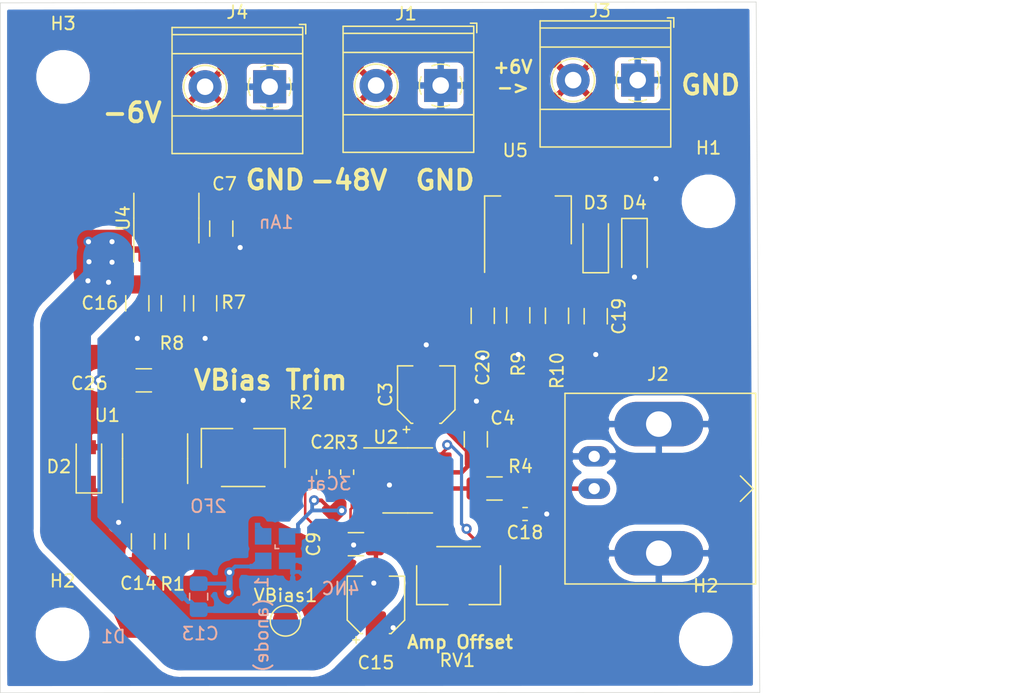
<source format=kicad_pcb>
(kicad_pcb (version 20171130) (host pcbnew "(5.1.2)-1")
  (layers (0 F.Cu signal) (31 B.Cu signal) (34 B.Paste user) (35 F.Paste user) (36 B.SilkS user) (37 F.SilkS user) (38 B.Mask user) (39 F.Mask user) (44 Edge.Cuts user))
  (net 0 "")
  (net 1 "Net-(C13-Pad1)")
  (net 2 +5VA)
  (net 3 GND)
  (net 4 +48V)
  (net 5 +6V)
  (net 6 "Net-(R1-Pad2)")
  (net 7 "Net-(D1-Pad2)")
  (net 8 -6V)
  (net 9 -5V)
  (net 10 "Net-(C18-Pad1)")
  (net 11 "Net-(C20-Pad1)")
  (net 12 "Net-(R7-Pad2)")
  (net 13 "Net-(U4-Pad5)")
  (net 14 "Net-(U4-Pad8)")
  (net 15 FB1)
  (net 16 "Net-(RV1-Pad3)")
  (net 17 "Net-(RV1-Pad1)")
  (net 18 "Net-(U1-Pad5)")
  (net 19 "Net-(C2-Pad1)")
  (module Connector_Coaxial:BNC_Amphenol_B6252HB-NPP3G-50_Horizontal (layer F.Cu) (at 180.72862 53.2257 270)
    (fp_text reference J2 (at -9.0043 -5.0165 180) (layer F.SilkS))
    (fp_text value Conn_Coaxial)
    (pad 2 thru_hole oval (at -5.08 -5.08 270) (size 3.5 7) (drill 2.01) (layers *.Cu *.Mask) (net 3 GND))
    (pad 2 thru_hole oval (at 5.08 -5.08 270) (size 3.5 7) (drill 2.01) (layers *.Cu *.Mask) (net 3 GND))
    (pad 1 thru_hole oval (at 0 0 270) (size 1.6 2.5) (drill 0.89) (layers *.Cu *.Mask) (net 10 "Net-(C18-Pad1)"))
    (pad 2 thru_hole oval (at -2.54 0 270) (size 1.6 2.5) (drill 0.89) (layers *.Cu *.Mask) (net 3 GND))
  )
  (module SiPM_3000:Microfc_30050 (layer B.Cu) (at 155.61854 57.94022 90)
    (fp_text reference D1 (at -6.93 -12.73 180) (layer B.SilkS) (effects (justify mirror)))
    (fp_text value SiPM)
    (fp_text user "1 (anode)" (at -5.95 -1.04 90) (layer B.SilkS) (effects (justify mirror)))
    (pad 4 smd rect (at -1.83 1.39 90) (size 0.42 0.42) (layers B.Cu B.Paste B.Mask) (net 3 GND))
    (pad 3 smd rect (at 1.4 1.8 90) (size 0.42 0.42) (layers B.Cu B.Paste B.Mask) (net 19 "Net-(C2-Pad1)"))
    (pad 2 smd rect (at 1.82 -1.38 90) (size 0.42 0.42) (layers B.Cu B.Paste B.Mask) (net 7 "Net-(D1-Pad2)"))
    (pad 1 smd rect (at -1.41 -1.79 90) (size 0.42 0.42) (layers B.Cu B.Paste B.Mask) (net 1 "Net-(C13-Pad1)"))
    (pad 4 smd rect (at -0.97 0.95 90) (size 1.3 1.3) (layers B.Cu B.Paste B.Mask) (net 3 GND))
    (pad 3 smd rect (at 0.96 0.94 90) (size 1.3 1.3) (layers B.Cu B.Paste B.Mask) (net 19 "Net-(C2-Pad1)"))
    (pad 2 smd rect (at 0.96 -0.94 90) (size 1.3 1.3) (layers B.Cu B.Paste B.Mask) (net 7 "Net-(D1-Pad2)"))
    (pad 1 smd rect (at -0.97 -0.93 90) (size 1.3 1.3) (layers B.Cu B.Paste B.Mask) (net 1 "Net-(C13-Pad1)"))
  )
  (module MountingHole:MountingHole_3.2mm_M3 (layer F.Cu) (at 138.89482 64.68364)
    (fp_text reference H2 (at 0 -4.2) (layer F.SilkS))
    (fp_text value MountingHole)
    (pad 1 np_thru_hole circle (at 0 0) (size 3.2 3.2) (drill 3.2) (layers *.Cu *.Mask))
  )
  (module Capacitor_SMD:C_1206_3216Metric_Pad1.42x1.75mm_HandSolder (layer F.Cu) (at 161.98088 57.59704 180)
    (fp_text reference C9 (at 3.3385 0 270) (layer F.SilkS))
    (fp_text value 0.1uF)
    (pad 2 smd roundrect (at 1.4875 0 180) (size 1.425 1.75) (layers F.Cu F.Paste F.Mask) (roundrect_rratio 0.175439) (net 3 GND))
    (pad 1 smd roundrect (at -1.4875 0 180) (size 1.425 1.75) (layers F.Cu F.Paste F.Mask) (roundrect_rratio 0.175439) (net 9 -5V))
  )
  (module Diode_SMD:D_SOD-123F (layer F.Cu) (at 140.97 51.3635 90)
    (fp_text reference D2 (at -0.12738 -2.3622 180) (layer F.SilkS))
    (fp_text value D)
    (pad 2 smd rect (at 1.4 0 90) (size 1.1 1.1) (layers F.Cu F.Paste F.Mask) (net 4 +48V))
    (pad 1 smd rect (at -1.4 0 90) (size 1.1 1.1) (layers F.Cu F.Paste F.Mask) (net 1 "Net-(C13-Pad1)"))
  )
  (module Capacitor_SMD:C_1206_3216Metric_Pad1.42x1.75mm_HandSolder (layer F.Cu) (at 145.288 44.704 180)
    (fp_text reference C26 (at 4.28244 -0.23876) (layer F.SilkS))
    (fp_text value 1uF)
    (pad 2 smd roundrect (at 1.4875 0 180) (size 1.425 1.75) (layers F.Cu F.Paste F.Mask) (roundrect_rratio 0.175439) (net 3 GND))
    (pad 1 smd roundrect (at -1.4875 0 180) (size 1.425 1.75) (layers F.Cu F.Paste F.Mask) (roundrect_rratio 0.175439) (net 4 +48V))
  )
  (module TestPoint:TestPoint_Pad_D2.0mm (layer F.Cu) (at 156.4386 63.62446)
    (fp_text reference VBias1 (at 0 -1.998) (layer F.SilkS))
    (fp_text value TestPoint)
    (pad 1 smd circle (at 0 0) (size 2 2) (layers F.Cu F.Mask) (net 1 "Net-(C13-Pad1)"))
  )
  (module MountingHole:MountingHole_3.2mm_M3 (layer F.Cu) (at 138.938 20.828)
    (fp_text reference H3 (at 0 -4.2) (layer F.SilkS))
    (fp_text value MountingHole)
    (pad 1 np_thru_hole circle (at 0 0) (size 3.2 3.2) (drill 3.2) (layers *.Cu *.Mask))
  )
  (module MountingHole:MountingHole_3.2mm_M3 (layer F.Cu) (at 189.50432 65.0748)
    (fp_text reference H2 (at 0 -4.2) (layer F.SilkS))
    (fp_text value MountingHole)
    (pad 1 np_thru_hole circle (at 0 0) (size 3.2 3.2) (drill 3.2) (layers *.Cu *.Mask))
  )
  (module MountingHole:MountingHole_3.2mm_M3 (layer F.Cu) (at 189.72022 30.61716)
    (fp_text reference H1 (at 0 -4.2) (layer F.SilkS))
    (fp_text value MountingHole)
    (pad 1 np_thru_hole circle (at 0 0) (size 3.2 3.2) (drill 3.2) (layers *.Cu *.Mask))
  )
  (module Package_SO:SOIC-8_3.9x4.9mm_P1.27mm (layer F.Cu) (at 146.177 50.865 90)
    (fp_text reference U1 (at 3.40764 -3.76428 180) (layer F.SilkS))
    (fp_text value LM337L_SO8)
    (pad 8 smd roundrect (at 2.475 -1.905 90) (size 1.95 0.6) (layers F.Cu F.Paste F.Mask) (net 1 "Net-(C13-Pad1)"))
    (pad 7 smd roundrect (at 2.475 -0.635 90) (size 1.95 0.6) (layers F.Cu F.Paste F.Mask) (net 4 +48V))
    (pad 6 smd roundrect (at 2.475 0.635 90) (size 1.95 0.6) (layers F.Cu F.Paste F.Mask) (net 4 +48V))
    (pad 5 smd roundrect (at 2.475 1.905 90) (size 1.95 0.6) (layers F.Cu F.Paste F.Mask) (net 18 "Net-(U1-Pad5)"))
    (pad 4 smd roundrect (at -2.475 1.905 90) (size 1.95 0.6) (layers F.Cu F.Paste F.Mask) (net 6 "Net-(R1-Pad2)"))
    (pad 3 smd roundrect (at -2.475 0.635 90) (size 1.95 0.6) (layers F.Cu F.Paste F.Mask) (net 4 +48V))
    (pad 2 smd roundrect (at -2.475 -0.635 90) (size 1.95 0.6) (layers F.Cu F.Paste F.Mask) (net 4 +48V))
    (pad 1 smd roundrect (at -2.475 -1.905 90) (size 1.95 0.6) (layers F.Cu F.Paste F.Mask) (net 1 "Net-(C13-Pad1)"))
  )
  (module Package_SO:SOIC-8_3.9x4.9mm_P1.27mm (layer F.Cu) (at 166.054 52.578)
    (fp_text reference U2 (at -1.716 -3.4) (layer F.SilkS))
    (fp_text value AD8675)
    (pad 8 smd roundrect (at 2.475 -1.905) (size 1.95 0.6) (layers F.Cu F.Paste F.Mask) (net 17 "Net-(RV1-Pad1)"))
    (pad 7 smd roundrect (at 2.475 -0.635) (size 1.95 0.6) (layers F.Cu F.Paste F.Mask) (net 2 +5VA))
    (pad 6 smd roundrect (at 2.475 0.635) (size 1.95 0.6) (layers F.Cu F.Paste F.Mask) (net 15 FB1))
    (pad 5 smd roundrect (at 2.475 1.905) (size 1.95 0.6) (layers F.Cu F.Paste F.Mask))
    (pad 4 smd roundrect (at -2.475 1.905) (size 1.95 0.6) (layers F.Cu F.Paste F.Mask) (net 9 -5V))
    (pad 3 smd roundrect (at -2.475 0.635) (size 1.95 0.6) (layers F.Cu F.Paste F.Mask) (net 3 GND))
    (pad 2 smd roundrect (at -2.475 -0.635) (size 1.95 0.6) (layers F.Cu F.Paste F.Mask) (net 19 "Net-(C2-Pad1)"))
    (pad 1 smd roundrect (at -2.475 -1.905) (size 1.95 0.6) (layers F.Cu F.Paste F.Mask) (net 16 "Net-(RV1-Pad3)"))
  )
  (module Capacitor_SMD:C_0805_2012Metric_Pad1.15x1.40mm_HandSolder (layer B.Cu) (at 149.606 61.722 270)
    (fp_text reference C13 (at 2.912 -0.127 180) (layer B.SilkS) (effects (justify mirror)))
    (fp_text value 10nF)
    (pad 1 smd roundrect (at -1.025 0 270) (size 1.15 1.4) (layers B.Cu B.Paste B.Mask) (roundrect_rratio 0.217391) (net 1 "Net-(C13-Pad1)"))
    (pad 2 smd roundrect (at 1.025 0 270) (size 1.15 1.4) (layers B.Cu B.Paste B.Mask) (roundrect_rratio 0.217391) (net 3 GND))
  )
  (module Potentiometer_SMD:Potentiometer_Bourns_3269W_Vertical (layer F.Cu) (at 170.053 60.073)
    (fp_text reference RV1 (at -0.09652 6.66296) (layer F.SilkS))
    (fp_text value R_POT_TRIM)
    (pad 3 smd rect (at -2.54 -2.415) (size 1.19 2.79) (layers F.Cu F.Paste F.Mask) (net 16 "Net-(RV1-Pad3)"))
    (pad 2 smd rect (at 0 2.415) (size 1.19 2.79) (layers F.Cu F.Paste F.Mask) (net 2 +5VA))
    (pad 1 smd rect (at 2.54 -2.415) (size 1.19 2.79) (layers F.Cu F.Paste F.Mask) (net 17 "Net-(RV1-Pad1)"))
  )
  (module Resistor_SMD:R_0603_1608Metric_Pad1.05x0.95mm_HandSolder (layer F.Cu) (at 161.29 51.929 270)
    (fp_text reference R3 (at -2.325 0.08 180) (layer F.SilkS))
    (fp_text value 470)
    (pad 2 smd roundrect (at 0.875 0 270) (size 1.05 0.95) (layers F.Cu F.Paste F.Mask) (net 19 "Net-(C2-Pad1)"))
    (pad 1 smd roundrect (at -0.875 0 270) (size 1.05 0.95) (layers F.Cu F.Paste F.Mask) (net 15 FB1))
  )
  (module Resistor_SMD:R_1206_3216Metric_Pad1.42x1.75mm_HandSolder (layer F.Cu) (at 172.8835 53.213)
    (fp_text reference R4 (at 2.04122 -1.73736) (layer F.SilkS))
    (fp_text value 50)
    (pad 2 smd roundrect (at 1.4875 0) (size 1.425 1.75) (layers F.Cu F.Paste F.Mask) (roundrect_rratio 0.175439) (net 10 "Net-(C18-Pad1)"))
    (pad 1 smd roundrect (at -1.4875 0) (size 1.425 1.75) (layers F.Cu F.Paste F.Mask) (roundrect_rratio 0.175439) (net 15 FB1))
  )
  (module Potentiometer_SMD:Potentiometer_Bourns_3269W_Vertical (layer F.Cu) (at 153.1112 50.7726 180)
    (fp_text reference R2 (at -4.56184 4.32616) (layer F.SilkS))
    (fp_text value "RTRIM (10k)")
    (pad 3 smd rect (at -2.54 -2.415 180) (size 1.19 2.79) (layers F.Cu F.Paste F.Mask))
    (pad 2 smd rect (at 0 2.415 180) (size 1.19 2.79) (layers F.Cu F.Paste F.Mask) (net 3 GND))
    (pad 1 smd rect (at 2.54 -2.415 180) (size 1.19 2.79) (layers F.Cu F.Paste F.Mask) (net 6 "Net-(R1-Pad2)"))
  )
  (module Resistor_SMD:R_1206_3216Metric_Pad1.42x1.75mm_HandSolder (layer F.Cu) (at 147.8915 57.3675 90)
    (fp_text reference R1 (at -3.3639 -0.33274 180) (layer F.SilkS))
    (fp_text value 240)
    (pad 2 smd roundrect (at 1.4875 0 90) (size 1.425 1.75) (layers F.Cu F.Paste F.Mask) (roundrect_rratio 0.175439) (net 6 "Net-(R1-Pad2)"))
    (pad 1 smd roundrect (at -1.4875 0 90) (size 1.425 1.75) (layers F.Cu F.Paste F.Mask) (roundrect_rratio 0.175439) (net 1 "Net-(C13-Pad1)"))
  )
  (module TerminalBlock_Phoenix:TerminalBlock_Phoenix_MKDS-1,5-2-5.08_1x02_P5.08mm_Horizontal (layer F.Cu) (at 184.15 21.082 180)
    (fp_text reference J3 (at 2.96672 5.45592) (layer F.SilkS))
    (fp_text value Screw_Terminal_01x02)
    (pad 2 thru_hole circle (at 5.08 0 180) (size 2.6 2.6) (drill 1.3) (layers *.Cu *.Mask) (net 5 +6V))
    (pad 1 thru_hole rect (at 0 0 180) (size 2.6 2.6) (drill 1.3) (layers *.Cu *.Mask) (net 3 GND))
  )
  (module TerminalBlock_Phoenix:TerminalBlock_Phoenix_MKDS-1,5-2-5.08_1x02_P5.08mm_Horizontal (layer F.Cu) (at 168.64838 21.50364 180)
    (fp_text reference J1 (at 2.7305 5.64388) (layer F.SilkS))
    (fp_text value Screw_Terminal_01x02)
    (pad 2 thru_hole circle (at 5.08 0 180) (size 2.6 2.6) (drill 1.3) (layers *.Cu *.Mask) (net 4 +48V))
    (pad 1 thru_hole rect (at 0 0 180) (size 2.6 2.6) (drill 1.3) (layers *.Cu *.Mask) (net 3 GND))
  )
  (module Capacitor_SMD:C_1206_3216Metric_Pad1.42x1.75mm_HandSolder (layer F.Cu) (at 171.41444 49.34298 270)
    (fp_text reference C4 (at -1.67226 -2.1082 180) (layer F.SilkS))
    (fp_text value 0.1uF)
    (pad 2 smd roundrect (at 1.4875 0 270) (size 1.425 1.75) (layers F.Cu F.Paste F.Mask) (roundrect_rratio 0.175439) (net 2 +5VA))
    (pad 1 smd roundrect (at -1.4875 0 270) (size 1.425 1.75) (layers F.Cu F.Paste F.Mask) (roundrect_rratio 0.175439) (net 3 GND))
  )
  (module Capacitor_SMD:C_0603_1608Metric_Pad1.05x0.95mm_HandSolder (layer F.Cu) (at 159.385 51.929 90)
    (fp_text reference C2 (at 2.365 -0.03 180) (layer F.SilkS))
    (fp_text value 22p)
    (pad 2 smd roundrect (at 0.875 0 90) (size 1.05 0.95) (layers F.Cu F.Paste F.Mask) (net 15 FB1))
    (pad 1 smd roundrect (at -0.875 0 90) (size 1.05 0.95) (layers F.Cu F.Paste F.Mask) (net 19 "Net-(C2-Pad1)"))
  )
  (module Capacitor_SMD:CP_Elec_4x3.9 (layer F.Cu) (at 167.513 45.825 90)
    (fp_text reference C3 (at 0 -3.2 90) (layer F.SilkS))
    (fp_text value 10uF)
    (pad 2 smd roundrect (at 1.8 0 90) (size 2.6 1.6) (layers F.Cu F.Paste F.Mask) (roundrect_rratio 0.15625) (net 3 GND))
    (pad 1 smd roundrect (at -1.8 0 90) (size 2.6 1.6) (layers F.Cu F.Paste F.Mask) (roundrect_rratio 0.15625) (net 2 +5VA))
  )
  (module Capacitor_SMD:C_1206_3216Metric_Pad1.42x1.75mm_HandSolder (layer F.Cu) (at 145.2245 57.377 270)
    (fp_text reference C14 (at 3.29344 0.35814 180) (layer F.SilkS))
    (fp_text value 1uF)
    (pad 1 smd roundrect (at -1.4875 0 270) (size 1.425 1.75) (layers F.Cu F.Paste F.Mask) (roundrect_rratio 0.175439) (net 3 GND))
    (pad 2 smd roundrect (at 1.4875 0 270) (size 1.425 1.75) (layers F.Cu F.Paste F.Mask) (roundrect_rratio 0.175439) (net 1 "Net-(C13-Pad1)"))
  )
  (module Capacitor_SMD:C_1206_3216Metric_Pad1.42x1.75mm_HandSolder (layer F.Cu) (at 151.384 32.766 90)
    (fp_text reference C7 (at 3.5195 0.254 180) (layer F.SilkS))
    (fp_text value 1uF)
    (pad 1 smd roundrect (at -1.4875 0 90) (size 1.425 1.75) (layers F.Cu F.Paste F.Mask) (roundrect_rratio 0.175439) (net 3 GND))
    (pad 2 smd roundrect (at 1.4875 0 90) (size 1.425 1.75) (layers F.Cu F.Paste F.Mask) (roundrect_rratio 0.175439) (net 8 -6V))
  )
  (module Capacitor_SMD:CP_Elec_4x3.9 (layer F.Cu) (at 163.55314 62.37138 90)
    (fp_text reference C15 (at -4.55 0 180) (layer F.SilkS))
    (fp_text value 10uF)
    (pad 1 smd roundrect (at -1.8 0 90) (size 2.6 1.6) (layers F.Cu F.Paste F.Mask) (roundrect_rratio 0.15625) (net 3 GND))
    (pad 2 smd roundrect (at 1.8 0 90) (size 2.6 1.6) (layers F.Cu F.Paste F.Mask) (roundrect_rratio 0.15625) (net 9 -5V))
  )
  (module Capacitor_SMD:C_1206_3216Metric_Pad1.42x1.75mm_HandSolder (layer F.Cu) (at 144.78 38.6445 90)
    (fp_text reference C16 (at 0.02126 -2.95148 180) (layer F.SilkS))
    (fp_text value 10uF)
    (pad 2 smd roundrect (at 1.4875 0 90) (size 1.425 1.75) (layers F.Cu F.Paste F.Mask) (roundrect_rratio 0.175439) (net 9 -5V))
    (pad 1 smd roundrect (at -1.4875 0 90) (size 1.425 1.75) (layers F.Cu F.Paste F.Mask) (roundrect_rratio 0.175439) (net 3 GND))
  )
  (module Capacitor_SMD:C_1206_3216Metric_Pad1.42x1.75mm_HandSolder (layer F.Cu) (at 180.848 39.6605 270)
    (fp_text reference C19 (at 0 -1.82 90) (layer F.SilkS))
    (fp_text value 0.1uF)
    (pad 1 smd roundrect (at -1.4875 0 270) (size 1.425 1.75) (layers F.Cu F.Paste F.Mask) (roundrect_rratio 0.175439) (net 5 +6V))
    (pad 2 smd roundrect (at 1.4875 0 270) (size 1.425 1.75) (layers F.Cu F.Paste F.Mask) (roundrect_rratio 0.175439) (net 3 GND))
  )
  (module Capacitor_SMD:C_1206_3216Metric_Pad1.42x1.75mm_HandSolder (layer F.Cu) (at 171.958 39.624 270)
    (fp_text reference C20 (at 4.064 0 90) (layer F.SilkS))
    (fp_text value 10uF)
    (pad 2 smd roundrect (at 1.4875 0 270) (size 1.425 1.75) (layers F.Cu F.Paste F.Mask) (roundrect_rratio 0.175439) (net 3 GND))
    (pad 1 smd roundrect (at -1.4875 0 270) (size 1.425 1.75) (layers F.Cu F.Paste F.Mask) (roundrect_rratio 0.175439) (net 11 "Net-(C20-Pad1)"))
  )
  (module Diode_SMD:D_SOD-123F (layer F.Cu) (at 180.848 34.036 90)
    (fp_text reference D3 (at 3.302 0 180) (layer F.SilkS))
    (fp_text value D)
    (pad 2 smd rect (at 1.4 0 90) (size 1.1 1.1) (layers F.Cu F.Paste F.Mask) (net 2 +5VA))
    (pad 1 smd rect (at -1.4 0 90) (size 1.1 1.1) (layers F.Cu F.Paste F.Mask) (net 5 +6V))
  )
  (module Diode_SMD:D_SOD-123F (layer F.Cu) (at 183.896 34.166 270)
    (fp_text reference D4 (at -3.432 0 180) (layer F.SilkS))
    (fp_text value D)
    (pad 1 smd rect (at -1.4 0 270) (size 1.1 1.1) (layers F.Cu F.Paste F.Mask) (net 2 +5VA))
    (pad 2 smd rect (at 1.4 0 270) (size 1.1 1.1) (layers F.Cu F.Paste F.Mask) (net 3 GND))
  )
  (module TerminalBlock_Phoenix:TerminalBlock_Phoenix_MKDS-1,5-2-5.08_1x02_P5.08mm_Horizontal (layer F.Cu) (at 155.19146 21.60016 180)
    (fp_text reference J4 (at 2.54762 5.85724) (layer F.SilkS))
    (fp_text value Screw_Terminal_01x02)
    (pad 1 thru_hole rect (at 0 0 180) (size 2.6 2.6) (drill 1.3) (layers *.Cu *.Mask) (net 3 GND))
    (pad 2 thru_hole circle (at 5.08 0 180) (size 2.6 2.6) (drill 1.3) (layers *.Cu *.Mask) (net 8 -6V))
  )
  (module Resistor_SMD:R_1206_3216Metric_Pad1.42x1.75mm_HandSolder (layer F.Cu) (at 150.114 38.6445 90)
    (fp_text reference R7 (at 0.07714 2.24028 180) (layer F.SilkS))
    (fp_text value 670)
    (pad 2 smd roundrect (at 1.4875 0 90) (size 1.425 1.75) (layers F.Cu F.Paste F.Mask) (roundrect_rratio 0.175439) (net 12 "Net-(R7-Pad2)"))
    (pad 1 smd roundrect (at -1.4875 0 90) (size 1.425 1.75) (layers F.Cu F.Paste F.Mask) (roundrect_rratio 0.175439) (net 3 GND))
  )
  (module Resistor_SMD:R_1206_3216Metric_Pad1.42x1.75mm_HandSolder (layer F.Cu) (at 147.574 38.6445 270)
    (fp_text reference R8 (at 3.1385 0.0762 180) (layer F.SilkS))
    (fp_text value 210)
    (pad 1 smd roundrect (at -1.4875 0 270) (size 1.425 1.75) (layers F.Cu F.Paste F.Mask) (roundrect_rratio 0.175439) (net 12 "Net-(R7-Pad2)"))
    (pad 2 smd roundrect (at 1.4875 0 270) (size 1.425 1.75) (layers F.Cu F.Paste F.Mask) (roundrect_rratio 0.175439) (net 9 -5V))
  )
  (module Resistor_SMD:R_1206_3216Metric_Pad1.42x1.75mm_HandSolder (layer F.Cu) (at 174.752 39.5875 270)
    (fp_text reference R9 (at 3.8465 0 90) (layer F.SilkS))
    (fp_text value 700)
    (pad 2 smd roundrect (at 1.4875 0 270) (size 1.425 1.75) (layers F.Cu F.Paste F.Mask) (roundrect_rratio 0.175439) (net 3 GND))
    (pad 1 smd roundrect (at -1.4875 0 270) (size 1.425 1.75) (layers F.Cu F.Paste F.Mask) (roundrect_rratio 0.175439) (net 11 "Net-(C20-Pad1)"))
  )
  (module Resistor_SMD:R_1206_3216Metric_Pad1.42x1.75mm_HandSolder (layer F.Cu) (at 177.8 39.624 270)
    (fp_text reference R10 (at 4.318 0 90) (layer F.SilkS))
    (fp_text value 210)
    (pad 1 smd roundrect (at -1.4875 0 270) (size 1.425 1.75) (layers F.Cu F.Paste F.Mask) (roundrect_rratio 0.175439) (net 2 +5VA))
    (pad 2 smd roundrect (at 1.4875 0 270) (size 1.425 1.75) (layers F.Cu F.Paste F.Mask) (roundrect_rratio 0.175439) (net 11 "Net-(C20-Pad1)"))
  )
  (module Package_TO_SOT_SMD:SOT-223 (layer F.Cu) (at 175.514 32.106 90)
    (fp_text reference U5 (at 5.4868 -1.00076 180) (layer F.SilkS))
    (fp_text value LM317_3PinPackage)
    (pad 4 smd rect (at 3.15 0 90) (size 2 3.8) (layers F.Cu F.Paste F.Mask) (net 2 +5VA))
    (pad 2 smd rect (at -3.15 0 90) (size 2 1.5) (layers F.Cu F.Paste F.Mask) (net 2 +5VA))
    (pad 3 smd rect (at -3.15 2.3 90) (size 2 1.5) (layers F.Cu F.Paste F.Mask) (net 5 +6V))
    (pad 1 smd rect (at -3.15 -2.3 90) (size 2 1.5) (layers F.Cu F.Paste F.Mask) (net 11 "Net-(C20-Pad1)"))
  )
  (module Capacitor_SMD:C_0603_1608Metric_Pad1.05x0.95mm_HandSolder (layer F.Cu) (at 175.29048 55.2196)
    (fp_text reference C18 (at -0.01524 1.45796) (layer F.SilkS))
    (fp_text value 200n)
    (pad 1 smd roundrect (at -0.875 0) (size 1.05 0.95) (layers F.Cu F.Paste F.Mask) (net 10 "Net-(C18-Pad1)"))
    (pad 2 smd roundrect (at 0.875 0) (size 1.05 0.95) (layers F.Cu F.Paste F.Mask) (net 3 GND))
  )
  (module Package_SO:SOIC-8_3.9x4.9mm_P1.27mm (layer F.Cu) (at 147.066 31.939 90)
    (fp_text reference U4 (at 0 -3.4 90) (layer F.SilkS))
    (fp_text value LM337L_SO8)
    (pad 1 smd roundrect (at -2.475 -1.905 90) (size 1.95 0.6) (layers F.Cu F.Paste F.Mask) (net 9 -5V))
    (pad 2 smd roundrect (at -2.475 -0.635 90) (size 1.95 0.6) (layers F.Cu F.Paste F.Mask) (net 8 -6V))
    (pad 3 smd roundrect (at -2.475 0.635 90) (size 1.95 0.6) (layers F.Cu F.Paste F.Mask) (net 8 -6V))
    (pad 4 smd roundrect (at -2.475 1.905 90) (size 1.95 0.6) (layers F.Cu F.Paste F.Mask) (net 12 "Net-(R7-Pad2)"))
    (pad 5 smd roundrect (at 2.475 1.905 90) (size 1.95 0.6) (layers F.Cu F.Paste F.Mask) (net 13 "Net-(U4-Pad5)"))
    (pad 6 smd roundrect (at 2.475 0.635 90) (size 1.95 0.6) (layers F.Cu F.Paste F.Mask) (net 8 -6V))
    (pad 7 smd roundrect (at 2.475 -0.635 90) (size 1.95 0.6) (layers F.Cu F.Paste F.Mask) (net 8 -6V))
    (pad 8 smd roundrect (at 2.475 -1.905 90) (size 1.95 0.6) (layers F.Cu F.Paste F.Mask) (net 14 "Net-(U4-Pad8)"))
  )
  (gr_text "+6V\n->" (at 174.32782 20.8534) (layer F.SilkS) (effects (font (size 1 1) (thickness 0.2))))
  (gr_text GND (at 155.61818 28.9306) (layer F.SilkS) (effects (font (size 1.5 1.5) (thickness 0.3))))
  (gr_text "Amp Offset" (at 170.16984 65.3034) (layer F.SilkS) (effects (font (size 1 1) (thickness 0.2))))
  (gr_text GND (at 189.88786 21.47062) (layer F.SilkS) (effects (font (size 1.5 1.5) (thickness 0.3))))
  (gr_text "-48V  GND" (at 164.846 28.956) (layer F.SilkS) (effects (font (size 1.5 1.5) (thickness 0.3))))
  (gr_text "-6V " (at 144.95018 23.63978) (layer F.SilkS) (effects (font (size 1.5 1.5) (thickness 0.3))))
  (gr_text "VBias Trim" (at 155.2575 44.68876) (layer F.SilkS) (effects (font (size 1.5 1.5) (thickness 0.3))))
  (gr_text 2FO (at 150.368 54.61) (layer B.SilkS) (effects (font (size 1 1)) (justify mirror)))
  (gr_text 4NC (at 160.782 61.087) (layer B.SilkS) (effects (font (size 1 1)) (justify mirror)))
  (gr_text 3Cat (at 159.893 52.832) (layer B.SilkS) (effects (font (size 1 1)) (justify mirror)))
  (gr_text 1An (at 155.702 32.258) (layer B.SilkS) (effects (font (size 1 1)) (justify mirror)))
  (gr_line (start 134.00532 69.28866) (end 134 15) (layer Edge.Cuts) (width 0.05))
  (gr_line (start 193.75628 69.26326) (end 134.00532 69.28866) (layer Edge.Cuts) (width 0.05))
  (gr_line (start 193.4718 14.9352) (end 193.75628 69.2658) (layer Edge.Cuts) (width 0.05))
  (gr_line (start 134 15) (end 193.4718 14.9352) (layer Edge.Cuts) (width 0.05))
  (segment (start 148.8665 58.855) (end 148.8887 58.8772) (width 0.4) (layer F.Cu) (net 1))
  (segment (start 147.8915 58.855) (end 148.8665 58.855) (width 0.4) (layer F.Cu) (net 1))
  (segment (start 148.8887 58.8772) (end 150.622 58.8772) (width 0.4) (layer F.Cu) (net 1))
  (segment (start 150.622 58.8772) (end 151.2824 59.5376) (width 0.4) (layer F.Cu) (net 1))
  (segment (start 151.2824 59.5376) (end 151.2824 60.6044) (width 0.4) (layer F.Cu) (net 1))
  (via (at 151.9809 61.4172) (size 0.8) (drill 0.4) (layers F.Cu B.Cu) (net 1))
  (segment (start 152.0285 60.6385) (end 152.0285 59.8075) (width 0.5) (layer B.Cu) (net 1))
  (via (at 152.0285 59.8075) (size 0.8) (drill 0.4) (layers F.Cu B.Cu) (net 1))
  (segment (start 152.0285 61.3696) (end 151.9809 61.4172) (width 0.4) (layer B.Cu) (net 1))
  (segment (start 152.0285 60.6385) (end 152.0285 61.3696) (width 0.5) (layer B.Cu) (net 1))
  (segment (start 144.161 53.451) (end 144.272 53.34) (width 0.5) (layer F.Cu) (net 1))
  (segment (start 140.97 53.451) (end 144.161 53.451) (width 0.5) (layer F.Cu) (net 1))
  (segment (start 151.97 60.697) (end 152.0285 60.6385) (width 0.3) (layer B.Cu) (net 1))
  (segment (start 149.606 60.697) (end 151.97 60.697) (width 0.3) (layer B.Cu) (net 1))
  (segment (start 152.48578 59.35022) (end 152.0285 59.8075) (width 0.3) (layer B.Cu) (net 1))
  (segment (start 153.82854 59.35022) (end 152.48578 59.35022) (width 0.3) (layer B.Cu) (net 1))
  (segment (start 154.26854 58.91022) (end 153.82854 59.35022) (width 0.3) (layer B.Cu) (net 1))
  (segment (start 154.68854 58.91022) (end 154.26854 58.91022) (width 0.3) (layer B.Cu) (net 1))
  (segment (start 175.514 28.956) (end 175.514 32.004) (width 0.5) (layer F.Cu) (net 2))
  (segment (start 170.30192 51.943) (end 168.529 51.943) (width 0.35) (layer F.Cu) (net 2))
  (segment (start 171.41444 50.83048) (end 170.30192 51.943) (width 0.35) (layer F.Cu) (net 2))
  (segment (start 172.38944 50.83048) (end 172.974 51.41504) (width 0.5) (layer F.Cu) (net 2))
  (segment (start 171.41444 50.83048) (end 172.38944 50.83048) (width 0.5) (layer F.Cu) (net 2))
  (segment (start 172.974 55.363554) (end 174.244 56.633554) (width 0.5) (layer F.Cu) (net 2))
  (segment (start 172.974 51.41504) (end 172.974 55.363554) (width 0.5) (layer F.Cu) (net 2))
  (segment (start 171.148 62.488) (end 170.053 62.488) (width 0.5) (layer F.Cu) (net 2))
  (segment (start 174.244 59.392) (end 171.148 62.488) (width 0.5) (layer F.Cu) (net 2))
  (segment (start 174.244 56.633554) (end 174.244 59.392) (width 0.5) (layer F.Cu) (net 2))
  (segment (start 183.766 32.636) (end 183.896 32.766) (width 0.5) (layer F.Cu) (net 2))
  (segment (start 180.848 32.636) (end 183.766 32.636) (width 0.5) (layer F.Cu) (net 2))
  (segment (start 175.514 35.8505) (end 175.514 35.256) (width 0.5) (layer F.Cu) (net 2))
  (segment (start 177.8 38.1365) (end 175.514 35.8505) (width 0.5) (layer F.Cu) (net 2))
  (segment (start 184.946 32.766) (end 185.2 33.02) (width 0.5) (layer F.Cu) (net 2))
  (segment (start 183.896 32.766) (end 184.946 32.766) (width 0.5) (layer F.Cu) (net 2))
  (segment (start 184.946 32.766) (end 185.708 33.528) (width 0.5) (layer F.Cu) (net 2))
  (segment (start 185.708 33.528) (end 186.182 33.528) (width 0.5) (layer F.Cu) (net 2))
  (segment (start 168.20896 47.625) (end 167.513 47.625) (width 0.5) (layer F.Cu) (net 2))
  (segment (start 171.41444 50.83048) (end 168.20896 47.625) (width 0.5) (layer F.Cu) (net 2))
  (via (at 143.3068 55.88) (size 0.8) (drill 0.4) (layers F.Cu B.Cu) (net 3))
  (segment (start 143.3163 55.8895) (end 143.3068 55.88) (width 0.4) (layer F.Cu) (net 3))
  (segment (start 145.2245 55.8895) (end 143.3163 55.8895) (width 0.4) (layer F.Cu) (net 3))
  (via (at 167.513 41.91) (size 0.8) (drill 0.4) (layers F.Cu B.Cu) (net 3))
  (segment (start 167.513 44.025) (end 167.513 41.91) (width 0.35) (layer F.Cu) (net 3))
  (segment (start 171.41444 47.04298) (end 171.46016 46.99726) (width 0.35) (layer F.Cu) (net 3))
  (segment (start 171.41444 47.85548) (end 171.41444 47.04298) (width 0.35) (layer F.Cu) (net 3))
  (via (at 171.46016 46.33976) (size 0.8) (drill 0.4) (layers F.Cu B.Cu) (net 3))
  (segment (start 171.46016 46.99726) (end 171.46016 46.33976) (width 0.35) (layer F.Cu) (net 3))
  (segment (start 176.16548 55.2196) (end 176.79048 55.2196) (width 0.35) (layer F.Cu) (net 3))
  (via (at 176.99228 55.2196) (size 0.8) (drill 0.4) (layers F.Cu B.Cu) (net 3))
  (segment (start 176.79048 55.2196) (end 176.99228 55.2196) (width 0.35) (layer F.Cu) (net 3))
  (via (at 164.615211 52.939995) (size 0.8) (drill 0.4) (layers F.Cu B.Cu) (net 3))
  (segment (start 171.958 41.1115) (end 171.958 42.926) (width 0.5) (layer F.Cu) (net 3))
  (via (at 171.958 42.926) (size 0.8) (drill 0.4) (layers F.Cu B.Cu) (net 3))
  (segment (start 174.752 41.075) (end 174.752 41.8875) (width 0.5) (layer F.Cu) (net 3))
  (via (at 174.752 42.672) (size 0.8) (drill 0.4) (layers F.Cu B.Cu) (net 3))
  (segment (start 174.752 41.8875) (end 174.752 42.672) (width 0.5) (layer F.Cu) (net 3))
  (segment (start 180.848 41.148) (end 180.848 41.9605) (width 0.5) (layer F.Cu) (net 3))
  (via (at 180.848 42.672) (size 0.8) (drill 0.4) (layers F.Cu B.Cu) (net 3))
  (segment (start 180.848 41.9605) (end 180.848 42.672) (width 0.5) (layer F.Cu) (net 3))
  (segment (start 183.896 35.566) (end 183.896 36.576) (width 0.5) (layer F.Cu) (net 3))
  (via (at 183.896 36.576) (size 0.8) (drill 0.4) (layers F.Cu B.Cu) (net 3))
  (segment (start 150.114 40.132) (end 150.114 41.402) (width 0.5) (layer F.Cu) (net 3))
  (via (at 150.114 41.402) (size 0.8) (drill 0.4) (layers F.Cu B.Cu) (net 3))
  (segment (start 144.78 40.132) (end 144.78 40.9445) (width 0.5) (layer F.Cu) (net 3))
  (via (at 144.78 41.402) (size 0.8) (drill 0.4) (layers F.Cu B.Cu) (net 3))
  (segment (start 144.78 40.9445) (end 144.78 41.402) (width 0.5) (layer F.Cu) (net 3))
  (segment (start 151.384 34.798) (end 151.384 34.544) (width 0.5) (layer B.Cu) (net 3))
  (segment (start 151.384 34.2535) (end 152.8715 34.2535) (width 0.5) (layer F.Cu) (net 3))
  (via (at 152.8715 34.2535) (size 0.8) (drill 0.4) (layers F.Cu B.Cu) (net 3))
  (segment (start 153.1112 48.3576) (end 153.1112 46.2788) (width 0.5) (layer F.Cu) (net 3))
  (via (at 153.1112 46.2788) (size 0.8) (drill 0.4) (layers F.Cu B.Cu) (net 3))
  (segment (start 164.342206 53.213) (end 164.615211 52.939995) (width 0.25) (layer F.Cu) (net 3))
  (segment (start 163.579 53.213) (end 164.342206 53.213) (width 0.25) (layer F.Cu) (net 3))
  (segment (start 143.8005 44.704) (end 142.988 44.704) (width 0.5) (layer F.Cu) (net 3))
  (via (at 141.732 44.704) (size 0.8) (drill 0.4) (layers F.Cu B.Cu) (net 3))
  (segment (start 142.988 44.704) (end 141.732 44.704) (width 0.5) (layer F.Cu) (net 3))
  (segment (start 164.615211 52.808789) (end 164.615211 52.939995) (width 0.2) (layer F.Cu) (net 3))
  (segment (start 161.558561 55.865439) (end 161.29 56.134) (width 0.2) (layer F.Cu) (net 3))
  (segment (start 161.65501 54.24499) (end 161.65501 54.75299) (width 0.2) (layer F.Cu) (net 3))
  (segment (start 161.558561 54.849439) (end 161.558561 55.865439) (width 0.2) (layer F.Cu) (net 3))
  (segment (start 163.579 53.213) (end 162.687 53.213) (width 0.2) (layer F.Cu) (net 3))
  (segment (start 165.1 52.324) (end 164.615211 52.808789) (width 0.2) (layer F.Cu) (net 3))
  (segment (start 161.65501 54.75299) (end 161.558561 54.849439) (width 0.2) (layer F.Cu) (net 3))
  (segment (start 162.687 53.213) (end 161.65501 54.24499) (width 0.2) (layer F.Cu) (net 3))
  (segment (start 161.931598 51.97899) (end 162.567598 51.34299) (width 0.2) (layer F.Cu) (net 3))
  (segment (start 161.29 56.134) (end 158.721166 56.134) (width 0.2) (layer F.Cu) (net 3))
  (segment (start 157.988 55.400834) (end 157.988 52.915844) (width 0.2) (layer F.Cu) (net 3))
  (segment (start 158.721166 56.134) (end 157.988 55.400834) (width 0.2) (layer F.Cu) (net 3))
  (segment (start 157.988 52.915844) (end 158.924854 51.97899) (width 0.2) (layer F.Cu) (net 3))
  (segment (start 158.924854 51.97899) (end 161.931598 51.97899) (width 0.2) (layer F.Cu) (net 3))
  (segment (start 162.567598 51.34299) (end 164.88099 51.34299) (width 0.2) (layer F.Cu) (net 3))
  (segment (start 164.88099 51.34299) (end 165.1 51.562) (width 0.2) (layer F.Cu) (net 3))
  (segment (start 165.1 51.562) (end 165.1 52.324) (width 0.2) (layer F.Cu) (net 3))
  (segment (start 164.45314 64.17138) (end 164.4565 64.16802) (width 0.3) (layer F.Cu) (net 3))
  (segment (start 163.55314 64.17138) (end 164.45314 64.17138) (width 0.3) (layer F.Cu) (net 3))
  (via (at 164.9095 64.16802) (size 0.8) (drill 0.4) (layers F.Cu B.Cu) (net 3))
  (segment (start 164.4565 64.16802) (end 164.9095 64.16802) (width 0.3) (layer F.Cu) (net 3))
  (segment (start 157.9885 60.7885) (end 156.9339 61.8431) (width 0.35) (layer B.Cu) (net 3))
  (segment (start 158.3885 60.7885) (end 157.9885 60.7885) (width 0.35) (layer B.Cu) (net 3))
  (segment (start 151.798102 62.747) (end 150.406 62.747) (width 0.35) (layer B.Cu) (net 3))
  (segment (start 150.406 62.747) (end 149.606 62.747) (width 0.35) (layer B.Cu) (net 3))
  (segment (start 156.9339 61.8431) (end 152.702002 61.8431) (width 0.35) (layer B.Cu) (net 3))
  (segment (start 152.702002 61.8431) (end 151.798102 62.747) (width 0.35) (layer B.Cu) (net 3))
  (segment (start 148.982628 62.123628) (end 148.785888 62.123628) (width 0.35) (layer B.Cu) (net 3))
  (segment (start 149.606 62.747) (end 148.982628 62.123628) (width 0.35) (layer B.Cu) (net 3))
  (segment (start 148.785888 62.123628) (end 146.19478 59.53252) (width 0.35) (layer B.Cu) (net 3))
  (via (at 185.59272 28.83916) (size 0.8) (drill 0.4) (layers F.Cu B.Cu) (net 3))
  (segment (start 157.9885 60.24018) (end 157.9885 60.7885) (width 0.3) (layer B.Cu) (net 3))
  (segment (start 157.00854 59.77022) (end 157.51854 59.77022) (width 0.3) (layer B.Cu) (net 3))
  (segment (start 157.51854 59.77022) (end 157.9885 60.24018) (width 0.3) (layer B.Cu) (net 3))
  (segment (start 157.00854 59.35022) (end 156.56854 58.91022) (width 0.3) (layer B.Cu) (net 3))
  (segment (start 157.00854 59.77022) (end 157.00854 59.35022) (width 0.3) (layer B.Cu) (net 3))
  (segment (start 157.00854 60.28022) (end 156.9593 60.32946) (width 0.3) (layer B.Cu) (net 3))
  (segment (start 157.00854 59.77022) (end 157.00854 60.28022) (width 0.3) (layer B.Cu) (net 3))
  (via (at 161.798 57.658) (size 0.8) (drill 0.4) (layers F.Cu B.Cu) (net 3))
  (segment (start 160.49338 57.59704) (end 161.73704 57.59704) (width 0.25) (layer F.Cu) (net 3))
  (segment (start 161.73704 57.59704) (end 161.798 57.658) (width 0.25) (layer F.Cu) (net 3))
  (segment (start 145.542 53.34) (end 145.542 50.038) (width 0.5) (layer F.Cu) (net 4))
  (segment (start 146.812 53.34) (end 146.812 50.292) (width 0.5) (layer F.Cu) (net 4))
  (segment (start 180.848 36.576) (end 180.848 35.436) (width 0.5) (layer F.Cu) (net 5))
  (segment (start 180.848 38.173) (end 180.848 36.576) (width 0.5) (layer F.Cu) (net 5))
  (segment (start 150.5458 53.213) (end 150.5712 53.1876) (width 0.35) (layer F.Cu) (net 6))
  (segment (start 150.4188 53.34) (end 150.5712 53.1876) (width 0.35) (layer F.Cu) (net 6))
  (segment (start 148.082 53.34) (end 150.4188 53.34) (width 0.35) (layer F.Cu) (net 6))
  (segment (start 148.082 55.6895) (end 147.8915 55.88) (width 0.35) (layer F.Cu) (net 6))
  (segment (start 148.082 53.34) (end 148.082 55.6895) (width 0.35) (layer F.Cu) (net 6))
  (segment (start 154.67854 56.56022) (end 154.23854 56.12022) (width 0.3) (layer B.Cu) (net 7))
  (segment (start 154.67854 56.98022) (end 154.67854 56.56022) (width 0.3) (layer B.Cu) (net 7))
  (segment (start 147.701 33.339) (end 147.828 33.212) (width 0.5) (layer F.Cu) (net 8))
  (segment (start 147.701 34.414) (end 147.701 33.339) (width 0.5) (layer F.Cu) (net 8))
  (segment (start 147.828 33.212) (end 147.828 31.496) (width 0.5) (layer F.Cu) (net 8))
  (segment (start 146.431 33.339) (end 146.304 33.212) (width 0.5) (layer F.Cu) (net 8))
  (segment (start 146.431 34.414) (end 146.431 33.339) (width 0.5) (layer F.Cu) (net 8))
  (segment (start 146.304 33.212) (end 146.304 31.75) (width 0.5) (layer F.Cu) (net 8))
  (segment (start 163.579 56.645) (end 163.703 56.769) (width 0.35) (layer F.Cu) (net 9))
  (segment (start 163.579 54.483) (end 163.579 56.645) (width 0.35) (layer F.Cu) (net 9))
  (via (at 140.93698 33.7947) (size 0.8) (drill 0.4) (layers F.Cu B.Cu) (net 9))
  (via (at 142.78864 33.7947) (size 0.8) (drill 0.4) (layers F.Cu B.Cu) (net 9))
  (via (at 140.97508 35.37204) (size 0.8) (drill 0.4) (layers F.Cu B.Cu) (net 9))
  (via (at 142.78864 35.41014) (size 0.8) (drill 0.4) (layers F.Cu B.Cu) (net 9))
  (via (at 140.89634 36.87064) (size 0.8) (drill 0.4) (layers F.Cu B.Cu) (net 9))
  (via (at 142.51432 36.98748) (size 0.8) (drill 0.4) (layers F.Cu B.Cu) (net 9))
  (segment (start 148.14117 65.52201) (end 158.52123 65.52201) (width 4) (layer B.Cu) (net 9))
  (segment (start 139.131999 56.512839) (end 148.14117 65.52201) (width 4) (layer B.Cu) (net 9))
  (segment (start 142.51432 36.98748) (end 139.131999 40.369801) (width 4) (layer B.Cu) (net 9))
  (segment (start 139.131999 40.369801) (end 139.131999 56.512839) (width 4) (layer B.Cu) (net 9))
  (segment (start 158.52123 65.52201) (end 163.3855 60.65774) (width 4) (layer B.Cu) (net 9))
  (segment (start 163.3855 60.65774) (end 163.3855 60.65774) (width 4) (layer B.Cu) (net 9))
  (via (at 163.3855 60.65774) (size 0.8) (drill 0.4) (layers F.Cu B.Cu) (net 9))
  (segment (start 144.78 37.338) (end 144.78 37.157) (width 0.3) (layer F.Cu) (net 9))
  (segment (start 147.574 40.132) (end 144.78 37.338) (width 0.3) (layer F.Cu) (net 9))
  (segment (start 163.55314 57.6818) (end 163.46838 57.59704) (width 0.35) (layer F.Cu) (net 9))
  (segment (start 163.55314 60.57138) (end 163.55314 57.6818) (width 0.35) (layer F.Cu) (net 9))
  (segment (start 142.51432 36.98748) (end 142.51432 35.03676) (width 4) (layer B.Cu) (net 9))
  (segment (start 174.371 53.213) (end 175.1835 53.213) (width 0.35) (layer F.Cu) (net 10))
  (segment (start 174.41548 53.25748) (end 174.371 53.213) (width 0.35) (layer F.Cu) (net 10))
  (segment (start 174.41548 55.2196) (end 174.41548 53.25748) (width 0.35) (layer F.Cu) (net 10))
  (segment (start 174.3837 53.2257) (end 174.371 53.213) (width 0.35) (layer F.Cu) (net 10))
  (segment (start 180.72862 53.2257) (end 174.3837 53.2257) (width 0.35) (layer F.Cu) (net 10))
  (segment (start 173.214 36.8805) (end 171.958 38.1365) (width 0.5) (layer F.Cu) (net 11))
  (segment (start 173.214 35.256) (end 173.214 36.8805) (width 0.5) (layer F.Cu) (net 11))
  (segment (start 173.214 36.562) (end 173.214 35.256) (width 0.5) (layer F.Cu) (net 11))
  (segment (start 174.752 38.1) (end 173.214 36.562) (width 0.5) (layer F.Cu) (net 11))
  (segment (start 174.7885 38.1) (end 177.8 41.1115) (width 0.5) (layer F.Cu) (net 11))
  (segment (start 174.752 38.1) (end 174.7885 38.1) (width 0.5) (layer F.Cu) (net 11))
  (segment (start 148.971 35.76) (end 147.574 37.157) (width 0.5) (layer F.Cu) (net 12))
  (segment (start 148.971 34.414) (end 148.971 35.76) (width 0.5) (layer F.Cu) (net 12))
  (segment (start 148.971 36.014) (end 150.114 37.157) (width 0.5) (layer F.Cu) (net 12))
  (segment (start 148.971 35.76) (end 148.971 36.014) (width 0.5) (layer F.Cu) (net 12))
  (segment (start 159.385 51.054) (end 161.29 51.054) (width 0.35) (layer F.Cu) (net 15))
  (segment (start 168.529 53.213) (end 171.396 53.213) (width 0.35) (layer F.Cu) (net 15))
  (segment (start 168.15829 52.84229) (end 168.529 53.213) (width 0.35) (layer F.Cu) (net 15))
  (segment (start 167.710812 52.84229) (end 168.15829 52.84229) (width 0.35) (layer F.Cu) (net 15))
  (segment (start 164.866512 49.99799) (end 167.710812 52.84229) (width 0.35) (layer F.Cu) (net 15))
  (segment (start 162.34601 49.99799) (end 164.866512 49.99799) (width 0.35) (layer F.Cu) (net 15))
  (segment (start 161.29 51.054) (end 162.34601 49.99799) (width 0.35) (layer F.Cu) (net 15))
  (segment (start 164.654 50.673) (end 163.579 50.673) (width 0.2) (layer F.Cu) (net 16))
  (segment (start 164.776699 50.673) (end 164.654 50.673) (width 0.2) (layer F.Cu) (net 16))
  (segment (start 165.733961 51.630262) (end 164.776699 50.673) (width 0.2) (layer F.Cu) (net 16))
  (segment (start 165.733961 54.283961) (end 165.733961 51.630262) (width 0.2) (layer F.Cu) (net 16))
  (segment (start 167.513 56.063) (end 165.733961 54.283961) (width 0.2) (layer F.Cu) (net 16))
  (segment (start 167.513 57.658) (end 167.513 56.063) (width 0.2) (layer F.Cu) (net 16))
  (segment (start 171.748 57.658) (end 170.688 56.598) (width 0.25) (layer F.Cu) (net 17))
  (segment (start 172.593 57.658) (end 171.748 57.658) (width 0.25) (layer F.Cu) (net 17))
  (via (at 170.688 56.388) (size 0.8) (drill 0.4) (layers F.Cu B.Cu) (net 17))
  (segment (start 170.688 56.598) (end 170.688 56.388) (width 0.25) (layer F.Cu) (net 17))
  (segment (start 170.288001 55.988001) (end 170.288001 50.654001) (width 0.25) (layer B.Cu) (net 17))
  (segment (start 170.688 56.388) (end 170.288001 55.988001) (width 0.25) (layer B.Cu) (net 17))
  (via (at 169.164 49.784) (size 0.8) (drill 0.4) (layers F.Cu B.Cu) (net 17))
  (segment (start 170.288001 50.654001) (end 169.418 49.784) (width 0.25) (layer B.Cu) (net 17))
  (segment (start 169.418 49.784) (end 169.164 49.784) (width 0.25) (layer B.Cu) (net 17))
  (segment (start 169.164 50.038) (end 168.529 50.673) (width 0.25) (layer F.Cu) (net 17))
  (segment (start 169.164 49.784) (end 169.164 50.038) (width 0.25) (layer F.Cu) (net 17))
  (segment (start 159.66 54.9) (end 159.87 54.9) (width 0.5) (layer F.Cu) (net 19))
  (via (at 160.85856 54.95) (size 0.8) (drill 0.4) (layers F.Cu B.Cu) (net 19))
  (segment (start 159.71 54.95) (end 159.66 54.9) (width 0.75) (layer F.Cu) (net 19))
  (segment (start 160.85856 54.384315) (end 160.698165 54.22392) (width 0.75) (layer F.Cu) (net 19))
  (segment (start 160.85856 54.95) (end 160.85856 54.384315) (width 0.75) (layer F.Cu) (net 19))
  (segment (start 160.698165 54.22392) (end 160.698165 54.378875) (width 0.75) (layer F.Cu) (net 19))
  (segment (start 160.12704 54.95) (end 159.71 54.95) (width 0.75) (layer F.Cu) (net 19))
  (segment (start 160.35794 55.45062) (end 160.21062 55.45062) (width 0.75) (layer F.Cu) (net 19))
  (segment (start 160.85856 54.95) (end 160.35794 55.45062) (width 0.75) (layer F.Cu) (net 19))
  (segment (start 160.3 55.54) (end 160.21062 55.45062) (width 0.5) (layer F.Cu) (net 19))
  (segment (start 160.21062 55.45062) (end 159.66 54.9) (width 0.75) (layer F.Cu) (net 19))
  (segment (start 161.29 52.804) (end 159.385 52.804) (width 0.35) (layer F.Cu) (net 19))
  (segment (start 160.698165 53.395835) (end 161.29 52.804) (width 0.35) (layer F.Cu) (net 19))
  (segment (start 160.698165 54.22392) (end 160.698165 53.395835) (width 0.35) (layer F.Cu) (net 19))
  (segment (start 163.20829 52.31371) (end 163.579 51.943) (width 0.25) (layer F.Cu) (net 19))
  (segment (start 162.35529 52.31371) (end 163.20829 52.31371) (width 0.25) (layer F.Cu) (net 19))
  (segment (start 161.865 52.804) (end 162.35529 52.31371) (width 0.25) (layer F.Cu) (net 19))
  (segment (start 161.29 52.804) (end 161.865 52.804) (width 0.25) (layer F.Cu) (net 19))
  (segment (start 160.84706 54.9385) (end 160.85856 54.95) (width 0.3) (layer B.Cu) (net 19))
  (segment (start 158.5385 54.9385) (end 160.84706 54.9385) (width 0.3) (layer B.Cu) (net 19))
  (segment (start 158.5385 54.9385) (end 158.5385 54.1445) (width 0.3) (layer B.Cu) (net 19))
  (via (at 158.688 54.1445) (size 0.8) (drill 0.4) (layers F.Cu B.Cu) (net 19))
  (segment (start 158.5385 54.1445) (end 158.688 54.1445) (width 0.3) (layer B.Cu) (net 19))
  (segment (start 159.815705 54.70652) (end 160.37052 54.70652) (width 0.3) (layer F.Cu) (net 19))
  (segment (start 159.253685 54.1445) (end 159.815705 54.70652) (width 0.3) (layer F.Cu) (net 19))
  (segment (start 158.688 54.1445) (end 159.253685 54.1445) (width 0.3) (layer F.Cu) (net 19))
  (segment (start 160.698165 54.378875) (end 160.37052 54.70652) (width 0.75) (layer F.Cu) (net 19))
  (segment (start 160.37052 54.70652) (end 160.12704 54.95) (width 0.75) (layer F.Cu) (net 19))
  (segment (start 158.51026 54.9385) (end 158.5385 54.9385) (width 0.3) (layer B.Cu) (net 19))
  (segment (start 157.41854 56.54022) (end 157.41854 56.03022) (width 0.3) (layer B.Cu) (net 19))
  (segment (start 157.41854 56.03022) (end 158.51026 54.9385) (width 0.3) (layer B.Cu) (net 19))
  (segment (start 156.99854 56.54022) (end 156.55854 56.98022) (width 0.3) (layer B.Cu) (net 19))
  (segment (start 157.41854 56.54022) (end 156.99854 56.54022) (width 0.3) (layer B.Cu) (net 19))
  (zone (net 3) (net_name GND) (layer B.Cu) (connect_pads (clearance 0.508)) (min_thickness 0.254) (fill yes (arc_segments 32) (thermal_gap 0.508) (thermal_bridge_width 0.508))
    (polygon (pts (xy 134.0358 14.86408) (xy 193.42989 14.92715) (xy 193.21018 69.2658) (xy 134.55142 68.99189)))
  )
  (zone (net 1) (net_name "Net-(C13-Pad1)") (layer F.Cu) (connect_pads (clearance 0.508)) (min_thickness 0.254) (fill yes (arc_segments 32) (thermal_gap 0.508) (thermal_bridge_width 0.508))
    (polygon (pts (xy 142.3924 53.467) (xy 138.5316 53.467) (xy 143.76019 64.95415) (xy 159.5755 65.08242) (xy 162.052 58.928) (xy 151.3332 53.5178) (xy 151.384 53.5686)))
  )
  (zone (net 4) (net_name +48V) (layer F.Cu) (connect_pads (clearance 0.508)) (min_thickness 0.254) (fill yes (arc_segments 32) (thermal_gap 0.508) (thermal_bridge_width 0.508) (smoothing fillet) (radius 2))
    (polygon (pts (xy 158.496 27.178) (xy 158.242 15.748) (xy 172.466 15.748) (xy 171.45 32.512) (xy 156.21 50.7365) (xy 139.065 50.8635) (xy 139.192 41.91) (xy 158.75 41.91) (xy 158.496 26.924)))
  )
  (zone (net 8) (net_name -6V) (layer F.Cu) (connect_pads (clearance 0.508)) (min_thickness 0.254) (fill yes (arc_segments 32) (thermal_gap 0.508) (thermal_bridge_width 0.508) (smoothing fillet) (radius 2))
    (polygon (pts (xy 156.718 16.51) (xy 156.845 32.258) (xy 140.335 32.258) (xy 140.462 16.51)))
  )
  (zone (net 5) (net_name +6V) (layer F.Cu) (connect_pads (clearance 0.508)) (min_thickness 0.254) (fill yes (arc_segments 32) (thermal_gap 0.508) (thermal_bridge_width 0.508) (smoothing fillet) (radius 2))
    (polygon (pts (xy 182.118 35.814) (xy 177.292 35.814) (xy 176.53 16.51) (xy 187.8965 16.637) (xy 187.0075 27.559) (xy 182.499 28.956)))
  )
  (zone (net 2) (net_name +5VA) (layer F.Cu) (connect_pads (clearance 0.508)) (min_thickness 0.254) (fill yes (arc_segments 32) (thermal_gap 0.508) (thermal_bridge_width 0.508) (smoothing fillet) (radius 2))
    (polygon (pts (xy 172.72 30.734) (xy 171.45 33.565571) (xy 166.243 40.005) (xy 160.02 48.006) (xy 165.1 49.53) (xy 174.244 49.784) (xy 175.514 48.26) (xy 180.848 44.958) (xy 186.4995 39.878) (xy 186.3725 31.33725) (xy 183.261 31.115) (xy 182.88 37.084) (xy 176.53 37.084) (xy 176.276 30.607)))
  )
  (zone (net 0) (net_name "") (layer F.Cu) (connect_pads (clearance 0.508)) (min_thickness 0.254)
    (keepout (tracks allowed) (vias allowed) (copperpour not_allowed))
    (fill (arc_segments 32) (thermal_gap 0.508) (thermal_bridge_width 0.508))
    (polygon (pts (xy 176.022 37.084) (xy 176.022 38.862) (xy 177.292 38.862) (xy 177.292 36.576) (xy 175.006 36.576)))
  )
  (zone (net 9) (net_name -5V) (layer F.Cu) (connect_pads (clearance 0.508)) (min_thickness 0.254) (fill yes (arc_segments 32) (thermal_gap 0.508) (thermal_bridge_width 0.508))
    (polygon (pts (xy 139.80414 32.85744) (xy 145.5293 32.84982) (xy 145.93316 38.47592) (xy 140.0175 38.28542) (xy 139.6873 35.73018)))
  )
)
</source>
